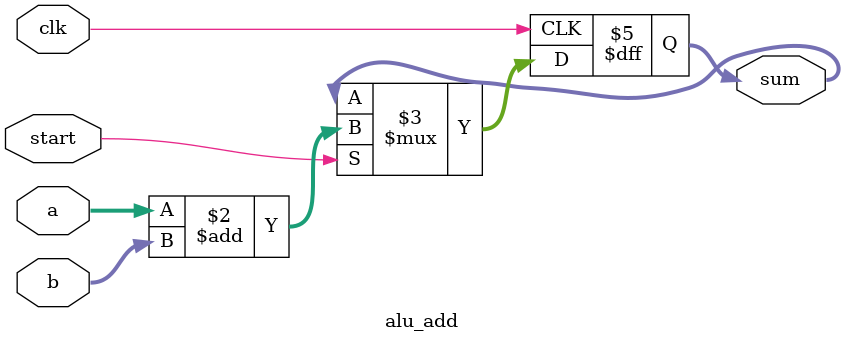
<source format=v>
`timescale 1ns/1ps

module alu_add(
    input clk, 
    input signed [7:0] a, b, 
    input start, 
    output reg signed [15:0] sum
);
    always @(posedge clk) begin
        if (start)
            sum <= a + b;
    end
endmodule
</source>
